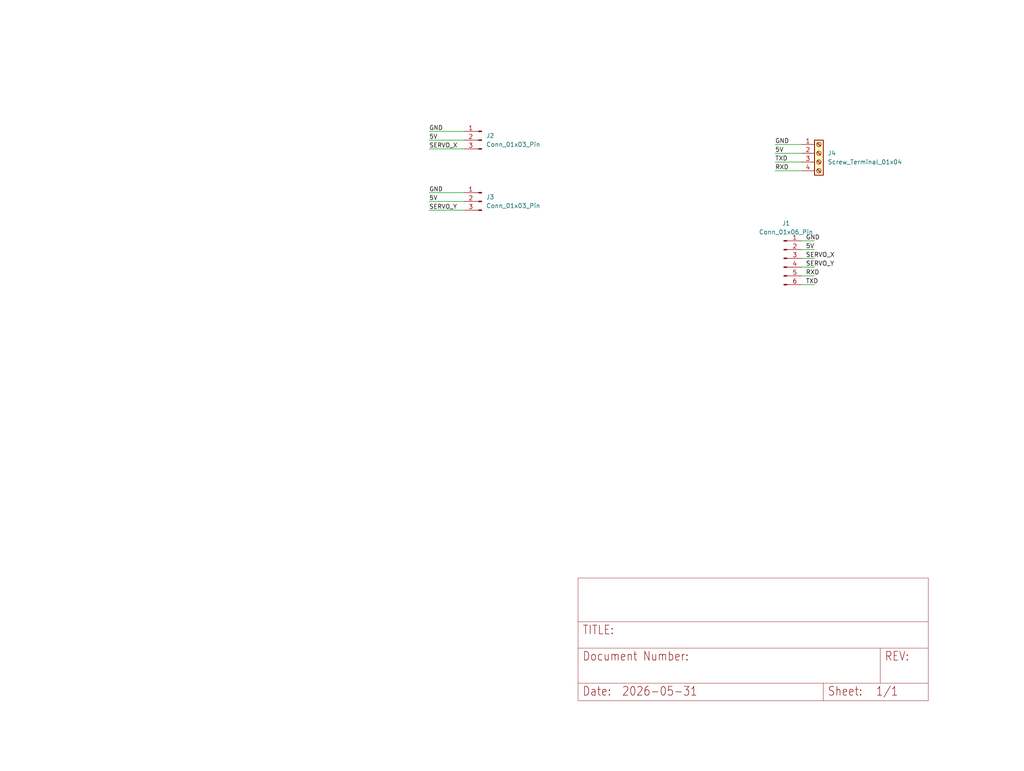
<source format=kicad_sch>
(kicad_sch (version 20231120) (generator "eeschema") (generator_version "8.0")
  (paper "User" 297.002 223.571)
  (lib_symbols
    (symbol "Connector:Conn_01x03_Pin" (pin_names (offset 1.016) hide)
      (property "Reference" "J" (at 0 5.08 0))
      (property "Value" "Conn_01x03_Pin" (at 0 -5.08 0))
      (symbol "Conn_01x03_Pin_1_1"
        (polyline (pts (xy 1.27 -2.54) (xy 0.8636 -2.54)) (stroke (width 0.1524)))
        (polyline (pts (xy 1.27 0) (xy 0.8636 0)) (stroke (width 0.1524)))
        (polyline (pts (xy 1.27 2.54) (xy 0.8636 2.54)) (stroke (width 0.1524)))
        (rectangle (start 0.8636 -2.413) (end 0 -2.667) (stroke (width 0.1524)) (fill (type outline)))
        (rectangle (start 0.8636 0.127) (end 0 -0.127) (stroke (width 0.1524)) (fill (type outline)))
        (rectangle (start 0.8636 2.667) (end 0 2.413) (stroke (width 0.1524)) (fill (type outline)))
        (pin passive line (at 5.08 2.54 180) (length 3.81) (name "Pin_1") (number "1"))
        (pin passive line (at 5.08 0 180) (length 3.81) (name "Pin_2") (number "2"))
        (pin passive line (at 5.08 -2.54 180) (length 3.81) (name "Pin_3") (number "3"))
      )
    )
    (symbol "Connector:Conn_01x06_Pin" (pin_names (offset 1.016) hide)
      (property "Reference" "J" (at 0 7.62 0))
      (property "Value" "Conn_01x06_Pin" (at 0 -10.16 0))
      (symbol "Conn_01x06_Pin_1_1"
        (polyline (pts (xy 1.27 -7.62) (xy 0.8636 -7.62)) (stroke (width 0.1524)))
        (polyline (pts (xy 1.27 -5.08) (xy 0.8636 -5.08)) (stroke (width 0.1524)))
        (polyline (pts (xy 1.27 -2.54) (xy 0.8636 -2.54)) (stroke (width 0.1524)))
        (polyline (pts (xy 1.27 0) (xy 0.8636 0)) (stroke (width 0.1524)))
        (polyline (pts (xy 1.27 2.54) (xy 0.8636 2.54)) (stroke (width 0.1524)))
        (polyline (pts (xy 1.27 5.08) (xy 0.8636 5.08)) (stroke (width 0.1524)))
        (rectangle (start 0.8636 -7.493) (end 0 -7.747) (stroke (width 0.1524)) (fill (type outline)))
        (rectangle (start 0.8636 -4.953) (end 0 -5.207) (stroke (width 0.1524)) (fill (type outline)))
        (rectangle (start 0.8636 -2.413) (end 0 -2.667) (stroke (width 0.1524)) (fill (type outline)))
        (rectangle (start 0.8636 0.127) (end 0 -0.127) (stroke (width 0.1524)) (fill (type outline)))
        (rectangle (start 0.8636 2.667) (end 0 2.413) (stroke (width 0.1524)) (fill (type outline)))
        (rectangle (start 0.8636 5.207) (end 0 4.953) (stroke (width 0.1524)) (fill (type outline)))
        (pin passive line (at 5.08 5.08 180) (length 3.81) (name "Pin_1") (number "1"))
        (pin passive line (at 5.08 2.54 180) (length 3.81) (name "Pin_2") (number "2"))
        (pin passive line (at 5.08 0 180) (length 3.81) (name "Pin_3") (number "3"))
        (pin passive line (at 5.08 -2.54 180) (length 3.81) (name "Pin_4") (number "4"))
        (pin passive line (at 5.08 -5.08 180) (length 3.81) (name "Pin_5") (number "5"))
        (pin passive line (at 5.08 -7.62 180) (length 3.81) (name "Pin_6") (number "6"))
      )
    )
    (symbol "Connector:Screw_Terminal_01x04" (pin_names (offset 1.016) hide)
      (property "Reference" "J" (at 0 5.08 0))
      (property "Value" "Screw_Terminal_01x04" (at 0 -7.62 0))
      (symbol "Screw_Terminal_01x04_1_1"
        (rectangle (start -1.27 3.81) (end 1.27 -6.35) (stroke (width 0.254)) (fill (type background)))
        (circle (center 0 -5.08) (radius 0.635) (stroke (width 0.1524)))
        (circle (center 0 -2.54) (radius 0.635) (stroke (width 0.1524)))
        (polyline (pts (xy -0.5334 -4.7498) (xy 0.3302 -5.588)) (stroke (width 0.1524)))
        (polyline (pts (xy -0.5334 -2.2098) (xy 0.3302 -3.048)) (stroke (width 0.1524)))
        (polyline (pts (xy -0.5334 0.3302) (xy 0.3302 -0.508)) (stroke (width 0.1524)))
        (polyline (pts (xy -0.5334 2.8702) (xy 0.3302 2.032)) (stroke (width 0.1524)))
        (polyline (pts (xy -0.3556 -4.572) (xy 0.508 -5.4102)) (stroke (width 0.1524)))
        (polyline (pts (xy -0.3556 -2.032) (xy 0.508 -2.8702)) (stroke (width 0.1524)))
        (polyline (pts (xy -0.3556 0.508) (xy 0.508 -0.3302)) (stroke (width 0.1524)))
        (polyline (pts (xy -0.3556 3.048) (xy 0.508 2.2098)) (stroke (width 0.1524)))
        (circle (center 0 0) (radius 0.635) (stroke (width 0.1524)))
        (circle (center 0 2.54) (radius 0.635) (stroke (width 0.1524)))
        (pin passive line (at -5.08 2.54 0) (length 3.81) (name "Pin_1") (number "1"))
        (pin passive line (at -5.08 0 0) (length 3.81) (name "Pin_2") (number "2"))
        (pin passive line (at -5.08 -2.54 0) (length 3.81) (name "Pin_3") (number "3"))
        (pin passive line (at -5.08 -5.08 0) (length 3.81) (name "Pin_4") (number "4"))
      )
    )
    (symbol "holo_control-eagle-import:LETTER_L"
      (symbol "LETTER_L_1_0"
        (polyline (pts (xy 0 0) (xy 248.92 0) (xy 248.92 185.42) (xy 0 185.42) (xy 0 0)))
      )
      (symbol "LETTER_L_2_0"
        (polyline (pts (xy 0 0) (xy 0 5.08)) (stroke (width 0.1016)))
        (polyline (pts (xy 0 0) (xy 71.12 0)) (stroke (width 0.1016)))
        (polyline (pts (xy 0 5.08) (xy 0 15.24)) (stroke (width 0.1016)))
        (polyline (pts (xy 0 5.08) (xy 71.12 5.08)) (stroke (width 0.1016)))
        (polyline (pts (xy 0 15.24) (xy 0 22.86)) (stroke (width 0.1016)))
        (polyline (pts (xy 0 22.86) (xy 0 35.56)) (stroke (width 0.1016)))
        (polyline (pts (xy 0 22.86) (xy 101.6 22.86)) (stroke (width 0.1016)))
        (polyline (pts (xy 71.12 0) (xy 101.6 0)) (stroke (width 0.1016)))
        (polyline (pts (xy 71.12 5.08) (xy 71.12 0)) (stroke (width 0.1016)))
        (polyline (pts (xy 71.12 5.08) (xy 87.63 5.08)) (stroke (width 0.1016)))
        (polyline (pts (xy 87.63 5.08) (xy 101.6 5.08)) (stroke (width 0.1016)))
        (polyline (pts (xy 87.63 15.24) (xy 0 15.24)) (stroke (width 0.1016)))
        (polyline (pts (xy 87.63 15.24) (xy 87.63 5.08)) (stroke (width 0.1016)))
        (polyline (pts (xy 101.6 5.08) (xy 101.6 0)) (stroke (width 0.1016)))
        (polyline (pts (xy 101.6 15.24) (xy 87.63 15.24)) (stroke (width 0.1016)))
        (polyline (pts (xy 101.6 15.24) (xy 101.6 5.08)) (stroke (width 0.1016)))
        (polyline (pts (xy 101.6 22.86) (xy 101.6 15.24)) (stroke (width 0.1016)))
        (polyline (pts (xy 101.6 35.56) (xy 0 35.56)) (stroke (width 0.1016)))
        (polyline (pts (xy 101.6 35.56) (xy 101.6 22.86)) (stroke (width 0.1016)))
        (text "${#}/${##}" (at 86.36 1.27 0) (effects (font (size 2.54 2.159)) (justify left bottom)))
        (text "${CURRENT_DATE}" (at 12.7 1.27 0) (effects (font (size 2.54 2.159)) (justify left bottom)))
        (text "${PROJECTNAME}" (at 17.78 19.05 0) (effects (font (size 2.54 2.159)) (justify left bottom)))
        (text "Date:" (at 1.27 1.27 0) (effects (font (size 2.54 2.159)) (justify left bottom)))
        (text "Document Number:" (at 1.27 11.43 0) (effects (font (size 2.54 2.159)) (justify left bottom)))
        (text "REV:" (at 88.9 11.43 0) (effects (font (size 2.54 2.159)) (justify left bottom)))
        (text "Sheet:" (at 72.39 1.27 0) (effects (font (size 2.54 2.159)) (justify left bottom)))
        (text "TITLE:" (at 1.27 19.05 0) (effects (font (size 2.54 2.159)) (justify left bottom)))
      )
    )
  )
  (wire (pts (xy 224.79 49.53) (xy 232.41 49.53)))
  (wire (pts (xy 134.62 38.1) (xy 124.46 38.1)) (stroke (width 0.1524)))
  (wire (pts (xy 134.62 55.88) (xy 124.46 55.88)) (stroke (width 0.1524)))
  (wire (pts (xy 232.41 82.55) (xy 236.22 82.55)))
  (wire (pts (xy 232.41 69.85) (xy 236.22 69.85)))
  (wire (pts (xy 224.79 41.91) (xy 232.41 41.91)))
  (wire (pts (xy 134.62 60.96) (xy 124.46 60.96)) (stroke (width 0.1524)))
  (wire (pts (xy 134.62 43.18) (xy 124.46 43.18)) (stroke (width 0.1524)))
  (wire (pts (xy 224.79 44.45) (xy 232.41 44.45)))
  (wire (pts (xy 224.79 46.99) (xy 232.41 46.99)))
  (wire (pts (xy 232.41 80.01) (xy 236.22 80.01)))
  (wire (pts (xy 232.41 77.47) (xy 236.22 77.47)))
  (wire (pts (xy 134.62 58.42) (xy 124.46 58.42)) (stroke (width 0.1524)))
  (wire (pts (xy 134.62 40.64) (xy 124.46 40.64)) (stroke (width 0.1524)))
  (wire (pts (xy 232.41 72.39) (xy 236.22 72.39)))
  (wire (pts (xy 232.41 74.93) (xy 236.22 74.93)))
  (label "RXD" (at 224.79 49.53 0))
  (label "GND" (at 124.46 38.1 0) (effects (font (size 1.2446 1.2446))))
  (label "GND" (at 124.46 55.88 0) (effects (font (size 1.2446 1.2446))))
  (label "GND" (at 224.79 41.91 0))
  (label "GND" (at 233.68 69.85 0))
  (label "SERVO_Y" (at 233.68 77.47 0))
  (label "5V" (at 224.79 44.45 0))
  (label "5V" (at 124.46 40.64 0) (effects (font (size 1.2446 1.2446))))
  (label "TXD" (at 224.79 46.99 0))
  (label "RXD" (at 233.68 80.01 0))
  (label "SERVO_Y" (at 124.46 60.96 0) (effects (font (size 1.2446 1.2446))))
  (label "TXD" (at 233.68 82.55 0))
  (label "SERVO_X" (at 233.68 74.93 0))
  (label "5V" (at 124.46 58.42 0) (effects (font (size 1.2446 1.2446))))
  (label "SERVO_X" (at 124.46 43.18 0) (effects (font (size 1.2446 1.2446))))
  (label "5V" (at 233.68 72.39 0))
  (symbol (lib_id "Connector:Screw_Terminal_01x04") (at 237.49 44.45 0) (unit 1)
    (property "Reference" "J4" (at 240.03 44.4499 0) (effects (justify left)))
    (property "Value" "Screw_Terminal_01x04" (at 240.03 46.9899 0) (effects (justify left)))
    (property "Footprint" "TerminalBlock_TE-Connectivity:TerminalBlock_TE_282834-4_1x04_P2.54mm_Horizontal" (effects (hide yes)))
    (property "Description" "Generic screw terminal, single row, 01x04, script generated (kicad-library-utils/schlib/autogen/connector/)" (effects (hide yes)))
  )
  (symbol (lib_id "Connector:Conn_01x03_Pin") (at 139.7 40.64 0) (mirror y) (unit 1)
    (property "Reference" "J2" (at 140.97 39.3699 0) (effects (justify right)))
    (property "Value" "Conn_01x03_Pin" (at 140.97 41.9099 0) (effects (justify right)))
    (property "Footprint" "Connector_PinHeader_2.54mm:PinHeader_1x03_P2.54mm_Vertical" (effects (hide yes)))
    (property "Description" "Generic connector, single row, 01x03, script generated" (effects (hide yes)))
  )
  (symbol (lib_id "Connector:Conn_01x06_Pin") (at 227.33 74.93 0) (unit 1)
    (property "Reference" "J1" (at 227.965 64.77 0))
    (property "Value" "Conn_01x06_Pin" (at 227.965 67.31 0))
    (property "Footprint" "Connector_JST:JST_SH_SM06B-SRSS-TB_1x06-1MP_P1.00mm_Horizontal" (effects (hide yes)))
    (property "Description" "Generic connector, single row, 01x06, script generated" (effects (hide yes)))
  )
  (symbol (lib_id "Connector:Conn_01x03_Pin") (at 139.7 58.42 0) (mirror y) (unit 1)
    (property "Reference" "J3" (at 140.97 57.1499 0) (effects (justify right)))
    (property "Value" "Conn_01x03_Pin" (at 140.97 59.6899 0) (effects (justify right)))
    (property "Footprint" "Connector_PinHeader_2.54mm:PinHeader_1x03_P2.54mm_Vertical" (effects (hide yes)))
    (property "Description" "Generic connector, single row, 01x03, script generated" (effects (hide yes)))
  )
  (symbol (lib_id "holo_control-eagle-import:LETTER_L") (at 167.64 203.2 0) (unit 2)
    (property "Reference" "#FRAME1" (effects (hide yes)))
    (property "Value" "LETTER_L" (effects (hide yes)))
  )
)
</source>
